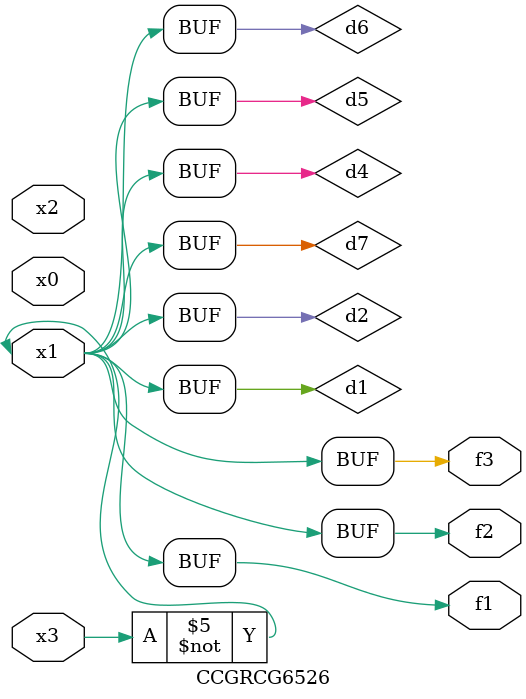
<source format=v>
module CCGRCG6526(
	input x0, x1, x2, x3,
	output f1, f2, f3
);

	wire d1, d2, d3, d4, d5, d6, d7;

	not (d1, x3);
	buf (d2, x1);
	xnor (d3, d1, d2);
	nor (d4, d1);
	buf (d5, d1, d2);
	buf (d6, d4, d5);
	nand (d7, d4);
	assign f1 = d6;
	assign f2 = d7;
	assign f3 = d6;
endmodule

</source>
